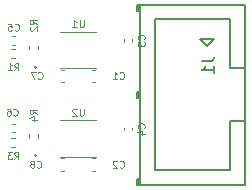
<source format=gbr>
%TF.GenerationSoftware,KiCad,Pcbnew,(5.1.8)-1*%
%TF.CreationDate,2021-10-07T20:49:06+08:00*%
%TF.ProjectId,Amplifier,416d706c-6966-4696-9572-2e6b69636164,rev?*%
%TF.SameCoordinates,Original*%
%TF.FileFunction,Legend,Bot*%
%TF.FilePolarity,Positive*%
%FSLAX46Y46*%
G04 Gerber Fmt 4.6, Leading zero omitted, Abs format (unit mm)*
G04 Created by KiCad (PCBNEW (5.1.8)-1) date 2021-10-07 20:49:06*
%MOMM*%
%LPD*%
G01*
G04 APERTURE LIST*
%ADD10C,0.150000*%
%ADD11C,0.120000*%
%ADD12C,0.100000*%
G04 APERTURE END LIST*
D10*
%TO.C,J1*%
X140890000Y-99740000D02*
X141090000Y-99740000D01*
X150030000Y-91900000D02*
X141090000Y-91900000D01*
X140990000Y-91900000D02*
X140990000Y-92400000D01*
X147430000Y-94780000D02*
X146230000Y-94780000D01*
X141090000Y-107100000D02*
X150030000Y-107100000D01*
X148730000Y-97250000D02*
X148730000Y-93110000D01*
X142390000Y-105890000D02*
X148730000Y-105890000D01*
X140890000Y-99240000D02*
X140890000Y-99740000D01*
X148730000Y-101750000D02*
X150030000Y-101750000D01*
X150030000Y-97250000D02*
X148730000Y-97250000D01*
X142390000Y-93110000D02*
X142390000Y-105890000D01*
X140890000Y-107100000D02*
X141090000Y-107100000D01*
X141090000Y-99240000D02*
X140890000Y-99240000D01*
X141090000Y-91900000D02*
X140890000Y-91900000D01*
X140990000Y-106600000D02*
X140990000Y-107100000D01*
X141090000Y-106600000D02*
X140890000Y-106600000D01*
X148730000Y-105890000D02*
X148730000Y-101750000D01*
X140890000Y-106600000D02*
X140890000Y-107100000D01*
X141090000Y-107100000D02*
X141090000Y-91900000D01*
X140990000Y-99240000D02*
X140990000Y-99740000D01*
X148730000Y-93110000D02*
X142390000Y-93110000D01*
X140890000Y-91900000D02*
X140890000Y-92400000D01*
X150030000Y-107100000D02*
X150030000Y-91900000D01*
X140890000Y-92400000D02*
X141090000Y-92400000D01*
X146230000Y-94780000D02*
X146830000Y-95380000D01*
X146830000Y-95380000D02*
X147430000Y-94780000D01*
D11*
%TO.C,C6*%
X130282164Y-101940000D02*
X130497836Y-101940000D01*
X130282164Y-102660000D02*
X130497836Y-102660000D01*
%TO.C,C5*%
X130282164Y-94539999D02*
X130497836Y-94539999D01*
X130282164Y-95259999D02*
X130497836Y-95259999D01*
%TO.C,C4*%
X139730000Y-102507836D02*
X139730000Y-102292164D01*
X140450000Y-102507836D02*
X140450000Y-102292164D01*
%TO.C,C3*%
X139730000Y-95007836D02*
X139730000Y-94792164D01*
X140450000Y-95007836D02*
X140450000Y-94792164D01*
D12*
%TO.C,R4*%
X131710001Y-103153641D02*
X131710001Y-102846359D01*
X132470001Y-103153641D02*
X132470001Y-102846359D01*
%TO.C,R3*%
X130236359Y-103119999D02*
X130543641Y-103119999D01*
X130236359Y-103879999D02*
X130543641Y-103879999D01*
%TO.C,R2*%
X131710000Y-95653642D02*
X131710000Y-95346360D01*
X132470000Y-95653642D02*
X132470000Y-95346360D01*
%TO.C,R1*%
X130236358Y-95620000D02*
X130543640Y-95620000D01*
X130236358Y-96380000D02*
X130543640Y-96380000D01*
%TO.C,C8*%
X134449419Y-104889999D02*
X134730579Y-104889999D01*
X134449419Y-105909999D02*
X134730579Y-105909999D01*
%TO.C,C7*%
X134449420Y-97390000D02*
X134730580Y-97390000D01*
X134449420Y-98410000D02*
X134730580Y-98410000D01*
%TO.C,C2*%
X137330580Y-105910000D02*
X137049420Y-105910000D01*
X137330580Y-104890000D02*
X137049420Y-104890000D01*
%TO.C,C1*%
X137330580Y-98410000D02*
X137049420Y-98410000D01*
X137330580Y-97390000D02*
X137049420Y-97390000D01*
%TO.C,U2*%
X134390000Y-101665000D02*
X137390000Y-101665000D01*
X134390000Y-104735000D02*
X137390000Y-104735000D01*
X132370000Y-104655000D02*
G75*
G03*
X132370000Y-104655000I-100000J0D01*
G01*
%TO.C,U1*%
X134390000Y-94165000D02*
X137390000Y-94165000D01*
X134390000Y-97235000D02*
X137390000Y-97235000D01*
X132370000Y-97155000D02*
G75*
G03*
X132370000Y-97155000I-100000J0D01*
G01*
%TO.C,J1*%
D10*
X146352380Y-96666666D02*
X147066666Y-96666666D01*
X147209523Y-96619047D01*
X147304761Y-96523809D01*
X147352380Y-96380952D01*
X147352380Y-96285714D01*
X147352380Y-97666666D02*
X147352380Y-97095238D01*
X147352380Y-97380952D02*
X146352380Y-97380952D01*
X146495238Y-97285714D01*
X146590476Y-97190476D01*
X146638095Y-97095238D01*
%TO.C,C6*%
D12*
X130400000Y-101214285D02*
X130428571Y-101242857D01*
X130514285Y-101271428D01*
X130571428Y-101271428D01*
X130657142Y-101242857D01*
X130714285Y-101185714D01*
X130742857Y-101128571D01*
X130771428Y-101014285D01*
X130771428Y-100928571D01*
X130742857Y-100814285D01*
X130714285Y-100757142D01*
X130657142Y-100700000D01*
X130571428Y-100671428D01*
X130514285Y-100671428D01*
X130428571Y-100700000D01*
X130400000Y-100728571D01*
X129885714Y-100671428D02*
X130000000Y-100671428D01*
X130057142Y-100700000D01*
X130085714Y-100728571D01*
X130142857Y-100814285D01*
X130171428Y-100928571D01*
X130171428Y-101157142D01*
X130142857Y-101214285D01*
X130114285Y-101242857D01*
X130057142Y-101271428D01*
X129942857Y-101271428D01*
X129885714Y-101242857D01*
X129857142Y-101214285D01*
X129828571Y-101157142D01*
X129828571Y-101014285D01*
X129857142Y-100957142D01*
X129885714Y-100928571D01*
X129942857Y-100900000D01*
X130057142Y-100900000D01*
X130114285Y-100928571D01*
X130142857Y-100957142D01*
X130171428Y-101014285D01*
%TO.C,C5*%
X130500000Y-94014285D02*
X130528571Y-94042857D01*
X130614285Y-94071428D01*
X130671428Y-94071428D01*
X130757142Y-94042857D01*
X130814285Y-93985714D01*
X130842857Y-93928571D01*
X130871428Y-93814285D01*
X130871428Y-93728571D01*
X130842857Y-93614285D01*
X130814285Y-93557142D01*
X130757142Y-93500000D01*
X130671428Y-93471428D01*
X130614285Y-93471428D01*
X130528571Y-93500000D01*
X130500000Y-93528571D01*
X129957142Y-93471428D02*
X130242857Y-93471428D01*
X130271428Y-93757142D01*
X130242857Y-93728571D01*
X130185714Y-93700000D01*
X130042857Y-93700000D01*
X129985714Y-93728571D01*
X129957142Y-93757142D01*
X129928571Y-93814285D01*
X129928571Y-93957142D01*
X129957142Y-94014285D01*
X129985714Y-94042857D01*
X130042857Y-94071428D01*
X130185714Y-94071428D01*
X130242857Y-94042857D01*
X130271428Y-94014285D01*
%TO.C,C4*%
X141464285Y-102300000D02*
X141492857Y-102271428D01*
X141521428Y-102185714D01*
X141521428Y-102128571D01*
X141492857Y-102042857D01*
X141435714Y-101985714D01*
X141378571Y-101957142D01*
X141264285Y-101928571D01*
X141178571Y-101928571D01*
X141064285Y-101957142D01*
X141007142Y-101985714D01*
X140950000Y-102042857D01*
X140921428Y-102128571D01*
X140921428Y-102185714D01*
X140950000Y-102271428D01*
X140978571Y-102300000D01*
X141121428Y-102814285D02*
X141521428Y-102814285D01*
X140892857Y-102671428D02*
X141321428Y-102528571D01*
X141321428Y-102900000D01*
%TO.C,C3*%
X141464285Y-94800000D02*
X141492857Y-94771428D01*
X141521428Y-94685714D01*
X141521428Y-94628571D01*
X141492857Y-94542857D01*
X141435714Y-94485714D01*
X141378571Y-94457142D01*
X141264285Y-94428571D01*
X141178571Y-94428571D01*
X141064285Y-94457142D01*
X141007142Y-94485714D01*
X140950000Y-94542857D01*
X140921428Y-94628571D01*
X140921428Y-94685714D01*
X140950000Y-94771428D01*
X140978571Y-94800000D01*
X140921428Y-95000000D02*
X140921428Y-95371428D01*
X141150000Y-95171428D01*
X141150000Y-95257142D01*
X141178571Y-95314285D01*
X141207142Y-95342857D01*
X141264285Y-95371428D01*
X141407142Y-95371428D01*
X141464285Y-95342857D01*
X141492857Y-95314285D01*
X141521428Y-95257142D01*
X141521428Y-95085714D01*
X141492857Y-95028571D01*
X141464285Y-95000000D01*
%TO.C,R4*%
X132371428Y-101100000D02*
X132085714Y-100900000D01*
X132371428Y-100757142D02*
X131771428Y-100757142D01*
X131771428Y-100985714D01*
X131800000Y-101042857D01*
X131828571Y-101071428D01*
X131885714Y-101100000D01*
X131971428Y-101100000D01*
X132028571Y-101071428D01*
X132057142Y-101042857D01*
X132085714Y-100985714D01*
X132085714Y-100757142D01*
X131971428Y-101614285D02*
X132371428Y-101614285D01*
X131742857Y-101471428D02*
X132171428Y-101328571D01*
X132171428Y-101700000D01*
%TO.C,R3*%
X130490000Y-104941427D02*
X130690000Y-104655713D01*
X130832857Y-104941427D02*
X130832857Y-104341427D01*
X130604285Y-104341427D01*
X130547142Y-104369999D01*
X130518571Y-104398570D01*
X130490000Y-104455713D01*
X130490000Y-104541427D01*
X130518571Y-104598570D01*
X130547142Y-104627141D01*
X130604285Y-104655713D01*
X130832857Y-104655713D01*
X130290000Y-104341427D02*
X129918571Y-104341427D01*
X130118571Y-104569999D01*
X130032857Y-104569999D01*
X129975714Y-104598570D01*
X129947142Y-104627141D01*
X129918571Y-104684284D01*
X129918571Y-104827141D01*
X129947142Y-104884284D01*
X129975714Y-104912856D01*
X130032857Y-104941427D01*
X130204285Y-104941427D01*
X130261428Y-104912856D01*
X130290000Y-104884284D01*
%TO.C,R2*%
X132371428Y-93500000D02*
X132085714Y-93300000D01*
X132371428Y-93157142D02*
X131771428Y-93157142D01*
X131771428Y-93385714D01*
X131800000Y-93442857D01*
X131828571Y-93471428D01*
X131885714Y-93500000D01*
X131971428Y-93500000D01*
X132028571Y-93471428D01*
X132057142Y-93442857D01*
X132085714Y-93385714D01*
X132085714Y-93157142D01*
X131828571Y-93728571D02*
X131800000Y-93757142D01*
X131771428Y-93814285D01*
X131771428Y-93957142D01*
X131800000Y-94014285D01*
X131828571Y-94042857D01*
X131885714Y-94071428D01*
X131942857Y-94071428D01*
X132028571Y-94042857D01*
X132371428Y-93700000D01*
X132371428Y-94071428D01*
%TO.C,R1*%
X130489999Y-97441428D02*
X130689999Y-97155714D01*
X130832856Y-97441428D02*
X130832856Y-96841428D01*
X130604284Y-96841428D01*
X130547141Y-96870000D01*
X130518570Y-96898571D01*
X130489999Y-96955714D01*
X130489999Y-97041428D01*
X130518570Y-97098571D01*
X130547141Y-97127142D01*
X130604284Y-97155714D01*
X130832856Y-97155714D01*
X129918570Y-97441428D02*
X130261427Y-97441428D01*
X130089999Y-97441428D02*
X130089999Y-96841428D01*
X130147141Y-96927142D01*
X130204284Y-96984285D01*
X130261427Y-97012857D01*
%TO.C,C8*%
X132400000Y-105614285D02*
X132428571Y-105642857D01*
X132514285Y-105671428D01*
X132571428Y-105671428D01*
X132657142Y-105642857D01*
X132714285Y-105585714D01*
X132742857Y-105528571D01*
X132771428Y-105414285D01*
X132771428Y-105328571D01*
X132742857Y-105214285D01*
X132714285Y-105157142D01*
X132657142Y-105100000D01*
X132571428Y-105071428D01*
X132514285Y-105071428D01*
X132428571Y-105100000D01*
X132400000Y-105128571D01*
X132057142Y-105328571D02*
X132114285Y-105300000D01*
X132142857Y-105271428D01*
X132171428Y-105214285D01*
X132171428Y-105185714D01*
X132142857Y-105128571D01*
X132114285Y-105100000D01*
X132057142Y-105071428D01*
X131942857Y-105071428D01*
X131885714Y-105100000D01*
X131857142Y-105128571D01*
X131828571Y-105185714D01*
X131828571Y-105214285D01*
X131857142Y-105271428D01*
X131885714Y-105300000D01*
X131942857Y-105328571D01*
X132057142Y-105328571D01*
X132114285Y-105357142D01*
X132142857Y-105385714D01*
X132171428Y-105442857D01*
X132171428Y-105557142D01*
X132142857Y-105614285D01*
X132114285Y-105642857D01*
X132057142Y-105671428D01*
X131942857Y-105671428D01*
X131885714Y-105642857D01*
X131857142Y-105614285D01*
X131828571Y-105557142D01*
X131828571Y-105442857D01*
X131857142Y-105385714D01*
X131885714Y-105357142D01*
X131942857Y-105328571D01*
%TO.C,C7*%
X132500000Y-98114285D02*
X132528571Y-98142857D01*
X132614285Y-98171428D01*
X132671428Y-98171428D01*
X132757142Y-98142857D01*
X132814285Y-98085714D01*
X132842857Y-98028571D01*
X132871428Y-97914285D01*
X132871428Y-97828571D01*
X132842857Y-97714285D01*
X132814285Y-97657142D01*
X132757142Y-97600000D01*
X132671428Y-97571428D01*
X132614285Y-97571428D01*
X132528571Y-97600000D01*
X132500000Y-97628571D01*
X132300000Y-97571428D02*
X131900000Y-97571428D01*
X132157142Y-98171428D01*
%TO.C,C2*%
X139400000Y-105614285D02*
X139428571Y-105642857D01*
X139514285Y-105671428D01*
X139571428Y-105671428D01*
X139657142Y-105642857D01*
X139714285Y-105585714D01*
X139742857Y-105528571D01*
X139771428Y-105414285D01*
X139771428Y-105328571D01*
X139742857Y-105214285D01*
X139714285Y-105157142D01*
X139657142Y-105100000D01*
X139571428Y-105071428D01*
X139514285Y-105071428D01*
X139428571Y-105100000D01*
X139400000Y-105128571D01*
X139171428Y-105128571D02*
X139142857Y-105100000D01*
X139085714Y-105071428D01*
X138942857Y-105071428D01*
X138885714Y-105100000D01*
X138857142Y-105128571D01*
X138828571Y-105185714D01*
X138828571Y-105242857D01*
X138857142Y-105328571D01*
X139200000Y-105671428D01*
X138828571Y-105671428D01*
%TO.C,C1*%
X139400000Y-98114285D02*
X139428571Y-98142857D01*
X139514285Y-98171428D01*
X139571428Y-98171428D01*
X139657142Y-98142857D01*
X139714285Y-98085714D01*
X139742857Y-98028571D01*
X139771428Y-97914285D01*
X139771428Y-97828571D01*
X139742857Y-97714285D01*
X139714285Y-97657142D01*
X139657142Y-97600000D01*
X139571428Y-97571428D01*
X139514285Y-97571428D01*
X139428571Y-97600000D01*
X139400000Y-97628571D01*
X138828571Y-98171428D02*
X139171428Y-98171428D01*
X139000000Y-98171428D02*
X139000000Y-97571428D01*
X139057142Y-97657142D01*
X139114285Y-97714285D01*
X139171428Y-97742857D01*
%TO.C,U2*%
X136347142Y-100671428D02*
X136347142Y-101157142D01*
X136318571Y-101214285D01*
X136290000Y-101242857D01*
X136232857Y-101271428D01*
X136118571Y-101271428D01*
X136061428Y-101242857D01*
X136032857Y-101214285D01*
X136004285Y-101157142D01*
X136004285Y-100671428D01*
X135747142Y-100728571D02*
X135718571Y-100700000D01*
X135661428Y-100671428D01*
X135518571Y-100671428D01*
X135461428Y-100700000D01*
X135432857Y-100728571D01*
X135404285Y-100785714D01*
X135404285Y-100842857D01*
X135432857Y-100928571D01*
X135775714Y-101271428D01*
X135404285Y-101271428D01*
%TO.C,U1*%
X136347142Y-93171428D02*
X136347142Y-93657142D01*
X136318571Y-93714285D01*
X136290000Y-93742857D01*
X136232857Y-93771428D01*
X136118571Y-93771428D01*
X136061428Y-93742857D01*
X136032857Y-93714285D01*
X136004285Y-93657142D01*
X136004285Y-93171428D01*
X135404285Y-93771428D02*
X135747142Y-93771428D01*
X135575714Y-93771428D02*
X135575714Y-93171428D01*
X135632857Y-93257142D01*
X135690000Y-93314285D01*
X135747142Y-93342857D01*
%TD*%
M02*

</source>
